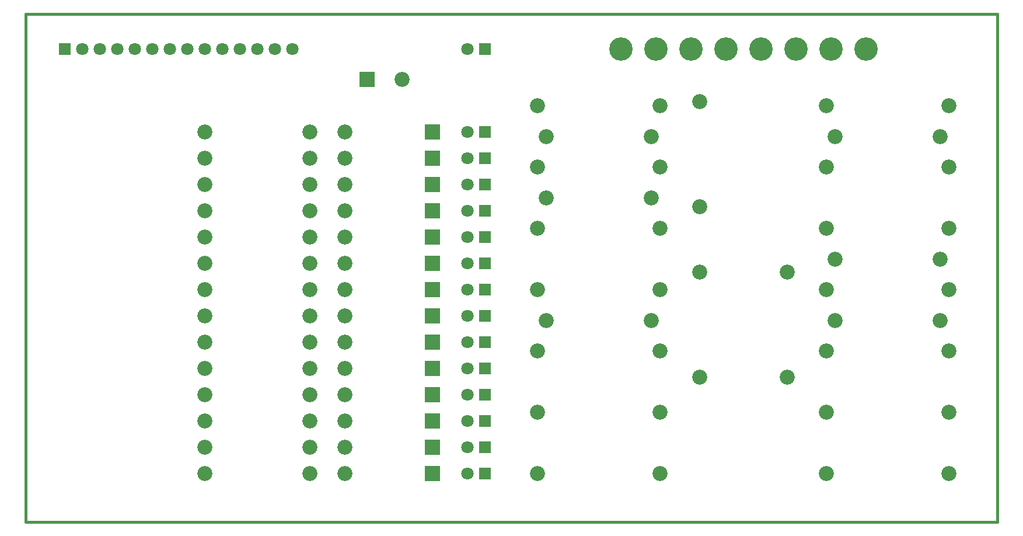
<source format=gbr>
G04 #@! TF.FileFunction,Soldermask,Bot*
%FSLAX46Y46*%
G04 Gerber Fmt 4.6, Leading zero omitted, Abs format (unit mm)*
G04 Created by KiCad (PCBNEW 4.0.5+dfsg1-4+deb9u1) date Mon Sep 26 08:47:56 2022*
%MOMM*%
%LPD*%
G01*
G04 APERTURE LIST*
%ADD10C,0.100000*%
%ADD11C,0.381000*%
%ADD12R,2.178000X2.178000*%
%ADD13C,2.178000*%
%ADD14R,1.797000X1.797000*%
%ADD15C,1.797000*%
%ADD16C,3.399740*%
G04 APERTURE END LIST*
D10*
D11*
X79375000Y-144145000D02*
X79375000Y-70485000D01*
X220345000Y-144145000D02*
X79375000Y-144145000D01*
X220345000Y-70485000D02*
X220345000Y-144145000D01*
X79375000Y-70485000D02*
X220345000Y-70485000D01*
D12*
X128905000Y-80010000D03*
D13*
X133985000Y-80010000D03*
X125730000Y-137160000D03*
D12*
X138430000Y-137160000D03*
D13*
X125730000Y-133350000D03*
D12*
X138430000Y-133350000D03*
D13*
X125730000Y-129540000D03*
D12*
X138430000Y-129540000D03*
D13*
X125730000Y-125730000D03*
D12*
X138430000Y-125730000D03*
D13*
X125730000Y-121920000D03*
D12*
X138430000Y-121920000D03*
D13*
X125730000Y-118110000D03*
D12*
X138430000Y-118110000D03*
D13*
X125730000Y-114300000D03*
D12*
X138430000Y-114300000D03*
D13*
X125730000Y-110490000D03*
D12*
X138430000Y-110490000D03*
D13*
X125730000Y-106680000D03*
D12*
X138430000Y-106680000D03*
D13*
X125730000Y-102870000D03*
D12*
X138430000Y-102870000D03*
D13*
X125730000Y-99060000D03*
D12*
X138430000Y-99060000D03*
D13*
X125730000Y-95250000D03*
D12*
X138430000Y-95250000D03*
D13*
X125730000Y-91440000D03*
D12*
X138430000Y-91440000D03*
D13*
X125730000Y-87630000D03*
D12*
X138430000Y-87630000D03*
D13*
X120650000Y-137160000D03*
X105410000Y-137160000D03*
X105410000Y-133350000D03*
X120650000Y-133350000D03*
X120650000Y-129540000D03*
X105410000Y-129540000D03*
X120650000Y-125730000D03*
X105410000Y-125730000D03*
X120650000Y-121920000D03*
X105410000Y-121920000D03*
X120650000Y-118110000D03*
X105410000Y-118110000D03*
X120650000Y-114300000D03*
X105410000Y-114300000D03*
X120650000Y-110490000D03*
X105410000Y-110490000D03*
X105410000Y-106680000D03*
X120650000Y-106680000D03*
X105410000Y-102870000D03*
X120650000Y-102870000D03*
X105410000Y-99060000D03*
X120650000Y-99060000D03*
X105410000Y-95250000D03*
X120650000Y-95250000D03*
X105410000Y-91440000D03*
X120650000Y-91440000D03*
X105410000Y-87630000D03*
X120650000Y-87630000D03*
X170180000Y-88265000D03*
X154940000Y-88265000D03*
X170180000Y-97155000D03*
X154940000Y-97155000D03*
X189865000Y-107950000D03*
X189865000Y-123190000D03*
X196850000Y-114935000D03*
X212090000Y-114935000D03*
X170180000Y-114935000D03*
X154940000Y-114935000D03*
X196850000Y-106045000D03*
X212090000Y-106045000D03*
X177165000Y-83185000D03*
X177165000Y-98425000D03*
X177165000Y-123190000D03*
X177165000Y-107950000D03*
X212090000Y-88265000D03*
X196850000Y-88265000D03*
X195580000Y-128270000D03*
X213360000Y-128270000D03*
X171450000Y-128270000D03*
X153670000Y-128270000D03*
X195580000Y-119380000D03*
X213360000Y-119380000D03*
X171450000Y-119380000D03*
X153670000Y-119380000D03*
X195580000Y-137160000D03*
X213360000Y-137160000D03*
X213360000Y-110490000D03*
X195580000Y-110490000D03*
X153670000Y-110490000D03*
X171450000Y-110490000D03*
X213360000Y-101600000D03*
X195580000Y-101600000D03*
X153670000Y-101600000D03*
X171450000Y-101600000D03*
X213360000Y-92710000D03*
X195580000Y-92710000D03*
X153670000Y-92710000D03*
X171450000Y-92710000D03*
X153670000Y-137160000D03*
X171450000Y-137160000D03*
X195580000Y-83820000D03*
X213360000Y-83820000D03*
X171450000Y-83820000D03*
X153670000Y-83820000D03*
D14*
X146050000Y-129540000D03*
D15*
X143510000Y-129540000D03*
D14*
X146050000Y-125730000D03*
D15*
X143510000Y-125730000D03*
D14*
X146050000Y-121920000D03*
D15*
X143510000Y-121920000D03*
D14*
X146050000Y-118110000D03*
D15*
X143510000Y-118110000D03*
D14*
X146050000Y-137160000D03*
D15*
X143510000Y-137160000D03*
D14*
X146050000Y-114300000D03*
D15*
X143510000Y-114300000D03*
D14*
X146050000Y-110490000D03*
D15*
X143510000Y-110490000D03*
D14*
X146050000Y-106680000D03*
D15*
X143510000Y-106680000D03*
D14*
X146050000Y-102870000D03*
D15*
X143510000Y-102870000D03*
D14*
X146050000Y-99060000D03*
D15*
X143510000Y-99060000D03*
D14*
X146050000Y-95250000D03*
D15*
X143510000Y-95250000D03*
D14*
X146050000Y-133350000D03*
D15*
X143510000Y-133350000D03*
D14*
X146050000Y-91440000D03*
D15*
X143510000Y-91440000D03*
D14*
X146050000Y-87630000D03*
D15*
X143510000Y-87630000D03*
D16*
X201295000Y-75565000D03*
X196215000Y-75565000D03*
X191135000Y-75565000D03*
D14*
X85090000Y-75565000D03*
D15*
X87630000Y-75565000D03*
X90170000Y-75565000D03*
X92710000Y-75565000D03*
X95250000Y-75565000D03*
X97790000Y-75565000D03*
X100330000Y-75565000D03*
X102870000Y-75565000D03*
X105410000Y-75565000D03*
X107950000Y-75565000D03*
X110490000Y-75565000D03*
X113030000Y-75565000D03*
X115570000Y-75565000D03*
X118110000Y-75565000D03*
D14*
X146050000Y-75565000D03*
D15*
X143510000Y-75565000D03*
D16*
X165735000Y-75565000D03*
X170815000Y-75565000D03*
X175895000Y-75565000D03*
X180975000Y-75565000D03*
X186055000Y-75565000D03*
M02*

</source>
